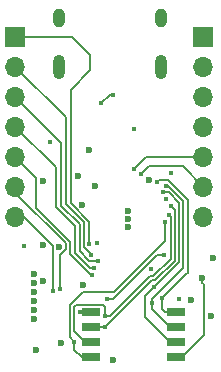
<source format=gbr>
%TF.GenerationSoftware,KiCad,Pcbnew,7.0.11-7.0.11~ubuntu22.04.1*%
%TF.CreationDate,2024-10-26T23:49:30+02:00*%
%TF.ProjectId,C6-40-Flash-test,43362d34-302d-4466-9c61-73682d746573,1.0*%
%TF.SameCoordinates,Original*%
%TF.FileFunction,Copper,L4,Bot*%
%TF.FilePolarity,Positive*%
%FSLAX46Y46*%
G04 Gerber Fmt 4.6, Leading zero omitted, Abs format (unit mm)*
G04 Created by KiCad (PCBNEW 7.0.11-7.0.11~ubuntu22.04.1) date 2024-10-26 23:49:30*
%MOMM*%
%LPD*%
G01*
G04 APERTURE LIST*
%TA.AperFunction,ComponentPad*%
%ADD10R,1.700000X1.700000*%
%TD*%
%TA.AperFunction,ComponentPad*%
%ADD11O,1.700000X1.700000*%
%TD*%
%TA.AperFunction,ComponentPad*%
%ADD12O,1.000000X1.600000*%
%TD*%
%TA.AperFunction,ComponentPad*%
%ADD13O,1.000000X2.100000*%
%TD*%
%TA.AperFunction,SMDPad,CuDef*%
%ADD14R,1.650000X0.650000*%
%TD*%
%TA.AperFunction,ViaPad*%
%ADD15C,0.450000*%
%TD*%
%TA.AperFunction,ViaPad*%
%ADD16C,0.600000*%
%TD*%
%TA.AperFunction,Conductor*%
%ADD17C,0.200000*%
%TD*%
G04 APERTURE END LIST*
D10*
%TO.P,J2,1,Pin_1*%
%TO.N,IO0*%
X134190000Y-84505000D03*
D11*
%TO.P,J2,2,Pin_2*%
%TO.N,IO1*%
X134190000Y-87045000D03*
%TO.P,J2,3,Pin_3*%
%TO.N,IO2*%
X134190000Y-89585000D03*
%TO.P,J2,4,Pin_4*%
%TO.N,IO3*%
X134190000Y-92125000D03*
%TO.P,J2,5,Pin_5*%
%TO.N,IO4*%
X134190000Y-94665000D03*
%TO.P,J2,6,Pin_6*%
%TO.N,IO5*%
X134190000Y-97205000D03*
%TO.P,J2,7,Pin_7*%
%TO.N,IO6*%
X134190000Y-99745000D03*
%TD*%
D10*
%TO.P,J3,1,Pin_1*%
%TO.N,VBUS*%
X150100000Y-84505000D03*
D11*
%TO.P,J3,2,Pin_2*%
%TO.N,GND*%
X150100000Y-87045000D03*
%TO.P,J3,3,Pin_3*%
%TO.N,+3V3*%
X150100000Y-89585000D03*
%TO.P,J3,4,Pin_4*%
%TO.N,SPIVDD*%
X150100000Y-92125000D03*
%TO.P,J3,5,Pin_5*%
%TO.N,RX*%
X150100000Y-94665000D03*
%TO.P,J3,6,Pin_6*%
%TO.N,TX*%
X150100000Y-97205000D03*
%TO.P,J3,7,Pin_7*%
%TO.N,IO7*%
X150100000Y-99745000D03*
%TD*%
D12*
%TO.P,J1,S1,SHIELD*%
%TO.N,GND*%
X137870000Y-82935000D03*
D13*
X137870000Y-87115000D03*
D12*
X146510000Y-82935000D03*
D13*
X146510000Y-87115000D03*
%TD*%
D14*
%TO.P,IC2,1,/CS*%
%TO.N,SPICS0*%
X140580000Y-111620000D03*
%TO.P,IC2,2,DO_(IO1)*%
%TO.N,SPI_D1*%
X140580000Y-110350000D03*
%TO.P,IC2,3,/WP_(IO2)*%
%TO.N,SPI_D2*%
X140580000Y-109080000D03*
%TO.P,IC2,4,GND*%
%TO.N,GND*%
X140580000Y-107810000D03*
%TO.P,IC2,5,DI_(IO0)*%
%TO.N,SPI_D0*%
X147780000Y-107810000D03*
%TO.P,IC2,6,CLK*%
%TO.N,SPICLK*%
X147780000Y-109080000D03*
%TO.P,IC2,7,/HOLD_OR_/RESET_(IO3)*%
%TO.N,SPI_D3*%
X147780000Y-110350000D03*
%TO.P,IC2,8,VCC*%
%TO.N,SPIVDD*%
X147780000Y-111620000D03*
%TD*%
D15*
%TO.N,IO6*%
X148025000Y-106725000D03*
X145700000Y-104200000D03*
D16*
%TO.N,+3V3*%
X149050000Y-106800000D03*
%TO.N,GND*%
X150750000Y-108150000D03*
D15*
%TO.N,SPICS0*%
X139200000Y-110350000D03*
D16*
%TO.N,GND*%
X142450000Y-111850000D03*
D15*
%TO.N,SPI_D2*%
X141750000Y-109050000D03*
%TO.N,SPI_D0*%
X146600000Y-106600000D03*
%TO.N,SPICLK*%
X145775000Y-107061789D03*
X146940000Y-97155000D03*
D16*
%TO.N,SPIVDD*%
X150017880Y-104975000D03*
D15*
%TO.N,BOOT*%
X141911527Y-106709762D03*
X146785000Y-103028067D03*
D16*
%TO.N,GND*%
X135780000Y-105350000D03*
X143740000Y-99255000D03*
X135780000Y-108380000D03*
X135770000Y-107640000D03*
X135770000Y-106850000D03*
X136570000Y-105235000D03*
X135790000Y-104580000D03*
X136550000Y-102165000D03*
D15*
X137150000Y-93425000D03*
X139694000Y-107851587D03*
D16*
X143750000Y-99935000D03*
X143740000Y-100605000D03*
X136550000Y-96735000D03*
X138050000Y-110435000D03*
D15*
X147370000Y-96080000D03*
D16*
X135940000Y-111045000D03*
X135780000Y-106130000D03*
D15*
X144210000Y-92305000D03*
D16*
%TO.N,+3V3*%
X139844620Y-98760380D03*
X140940000Y-97125000D03*
X139530000Y-96315000D03*
D15*
X141144872Y-102000407D03*
D16*
X139960000Y-105545000D03*
X140440000Y-94145000D03*
X137930000Y-102295000D03*
X150910000Y-103215000D03*
X145540000Y-96605000D03*
D15*
%TO.N,SPICS0*%
X146875000Y-100225009D03*
%TO.N,SPI_D1*%
X141780000Y-108135000D03*
X147165000Y-99583857D03*
%TO.N,SPI_D2*%
X147380000Y-98875000D03*
%TO.N,SPI_D0*%
X146210000Y-96815000D03*
%TO.N,SPI_D3*%
X146680000Y-97695000D03*
X145966594Y-105715233D03*
%TO.N,SPIVDD*%
X146988413Y-98246587D03*
%TO.N,/USB_D+*%
X142480000Y-89415000D03*
X141460000Y-90155000D03*
%TO.N,IO0*%
X140450000Y-102085000D03*
%TO.N,IO1*%
X140590000Y-102985000D03*
%TO.N,IO2*%
X141153307Y-103484121D03*
%TO.N,IO3*%
X140850000Y-104115000D03*
%TO.N,IO4*%
X140660000Y-104685000D03*
%TO.N,IO5*%
X137980000Y-105870000D03*
%TO.N,IO6*%
X137400000Y-106060000D03*
%TO.N,TX*%
X144810000Y-96170000D03*
%TO.N,RX*%
X144200000Y-95750000D03*
%TO.N,GND*%
X134900000Y-102200000D03*
%TD*%
D17*
%TO.N,SPIVDD*%
X150130000Y-109770000D02*
X150130000Y-105450000D01*
X150017880Y-105337880D02*
X150017880Y-104975000D01*
X150130000Y-105450000D02*
X150017880Y-105337880D01*
X147780000Y-111620000D02*
X148280000Y-111620000D01*
X148280000Y-111620000D02*
X150130000Y-109770000D01*
%TO.N,BOOT*%
X141911527Y-106709762D02*
X142477065Y-106709762D01*
X146158760Y-103028067D02*
X146785000Y-103028067D01*
X142477065Y-106709762D02*
X146158760Y-103028067D01*
%TO.N,SPICS0*%
X138820000Y-107240000D02*
X138820000Y-109970000D01*
X138820000Y-109970000D02*
X139200000Y-110350000D01*
X139820000Y-111620000D02*
X139200000Y-111000000D01*
X139200000Y-111000000D02*
X139200000Y-110350000D01*
X140580000Y-111620000D02*
X139820000Y-111620000D01*
X138820000Y-107240000D02*
X139935000Y-106125000D01*
X146875000Y-101790000D02*
X146875000Y-100225009D01*
X139935000Y-106125000D02*
X142540000Y-106125000D01*
X142540000Y-106125000D02*
X146875000Y-101790000D01*
%TO.N,SPI_D2*%
X140580000Y-109080000D02*
X141750000Y-109050000D01*
X141750000Y-109050000D02*
X141770000Y-109080000D01*
X147710000Y-99205000D02*
X147380000Y-98875000D01*
X147710000Y-103476853D02*
X147710000Y-99205000D01*
X146046620Y-105140233D02*
X147710000Y-103476853D01*
X145728421Y-105140233D02*
X146046620Y-105140233D01*
X145728421Y-105141579D02*
X145728421Y-105140233D01*
X141780000Y-109090000D02*
X145728421Y-105141579D01*
X141770000Y-109080000D02*
X141780000Y-109090000D01*
%TO.N,SPICLK*%
X148410000Y-104085000D02*
X145775000Y-106720000D01*
%TO.N,SPI_D3*%
X145200000Y-108270000D02*
X145200000Y-106481827D01*
%TO.N,SPICLK*%
X145775000Y-106720000D02*
X145775000Y-107061789D01*
X147780000Y-109080000D02*
X147280000Y-109080000D01*
%TO.N,SPI_D3*%
X147780000Y-110350000D02*
X147280000Y-110350000D01*
%TO.N,SPICLK*%
X147135026Y-97155000D02*
X148410000Y-98429974D01*
X145775000Y-107575000D02*
X145775000Y-107061789D01*
X147280000Y-109080000D02*
X145775000Y-107575000D01*
X146940000Y-97155000D02*
X147135026Y-97155000D01*
%TO.N,SPI_D3*%
X145200000Y-106481827D02*
X145966594Y-105715233D01*
%TO.N,SPICLK*%
X148410000Y-98429974D02*
X148410000Y-104085000D01*
%TO.N,SPI_D3*%
X147280000Y-110350000D02*
X145200000Y-108270000D01*
%TO.N,SPI_D0*%
X146600000Y-106600000D02*
X146600000Y-107550000D01*
X146600000Y-107550000D02*
X146860000Y-107810000D01*
X147780000Y-107810000D02*
X146860000Y-107810000D01*
X148705000Y-104495000D02*
X146600000Y-106600000D01*
X148800000Y-104495000D02*
X148705000Y-104495000D01*
%TO.N,GND*%
X140580000Y-107810000D02*
X139735587Y-107810000D01*
X139735587Y-107810000D02*
X139694000Y-107851587D01*
%TO.N,SPI_D1*%
X147360000Y-103315000D02*
X147360000Y-99778857D01*
X141628000Y-107210000D02*
X139360000Y-107210000D01*
X139169000Y-107401000D02*
X139169000Y-109439000D01*
X139360000Y-107210000D02*
X139169000Y-107401000D01*
X147360000Y-99778857D02*
X147165000Y-99583857D01*
X139169000Y-109439000D02*
X140080000Y-110350000D01*
X145583447Y-104790233D02*
X145884767Y-104790233D01*
X145884767Y-104790233D02*
X147360000Y-103315000D01*
X140080000Y-110350000D02*
X140580000Y-110350000D01*
X141780000Y-107362000D02*
X141628000Y-107210000D01*
X141780000Y-108135000D02*
X142238680Y-108135000D01*
X141780000Y-108135000D02*
X141780000Y-107362000D01*
X142238680Y-108135000D02*
X145583447Y-104790233D01*
%TO.N,SPI_D0*%
X146345000Y-96680000D02*
X147155000Y-96680000D01*
X146210000Y-96815000D02*
X146345000Y-96680000D01*
X147155000Y-96680000D02*
X148800000Y-98325000D01*
X148800000Y-98325000D02*
X148800000Y-104495000D01*
%TO.N,SPI_D3*%
X148060000Y-103621827D02*
X145966594Y-105715233D01*
X148060000Y-98574948D02*
X148060000Y-103621827D01*
X146680000Y-97695000D02*
X147180052Y-97695000D01*
X147180052Y-97695000D02*
X148060000Y-98574948D01*
%TO.N,/USB_D+*%
X142480000Y-89415000D02*
X142200000Y-89415000D01*
X142200000Y-89415000D02*
X141460000Y-90155000D01*
%TO.N,IO0*%
X140450000Y-100185052D02*
X138880000Y-98615052D01*
X138970000Y-84505000D02*
X134190000Y-84505000D01*
X138880000Y-89025000D02*
X140540000Y-87365000D01*
X140450000Y-102085000D02*
X140450000Y-100185052D01*
X138880000Y-98615052D02*
X138880000Y-89025000D01*
X140540000Y-86075000D02*
X138970000Y-84505000D01*
X140540000Y-87365000D02*
X140540000Y-86075000D01*
%TO.N,IO1*%
X138440000Y-91295000D02*
X134190000Y-87045000D01*
X140590000Y-102985000D02*
X140590000Y-102896752D01*
X140590000Y-102896752D02*
X139975000Y-102281752D01*
X139975000Y-102281752D02*
X139975000Y-100205026D01*
X138440000Y-98670026D02*
X138440000Y-91295000D01*
X139975000Y-100205026D02*
X138440000Y-98670026D01*
%TO.N,IO2*%
X139625000Y-102691752D02*
X140417369Y-103484121D01*
X134190000Y-89585000D02*
X138080000Y-93475000D01*
X138080000Y-93475000D02*
X138080000Y-98805000D01*
X139625000Y-100350000D02*
X139625000Y-102691752D01*
X138080000Y-98805000D02*
X139625000Y-100350000D01*
X140417369Y-103484121D02*
X141153307Y-103484121D01*
%TO.N,IO3*%
X137640000Y-95575000D02*
X134190000Y-92125000D01*
X137640000Y-98905000D02*
X137640000Y-95575000D01*
X140540000Y-104115000D02*
X139240000Y-102815000D01*
X139240000Y-100505000D02*
X137640000Y-98905000D01*
X139240000Y-102815000D02*
X139240000Y-100505000D01*
X140850000Y-104115000D02*
X140540000Y-104115000D01*
%TO.N,IO4*%
X138828000Y-101874440D02*
X135960000Y-99006440D01*
X140615026Y-104685000D02*
X138828000Y-102897974D01*
X135960000Y-99006440D02*
X135960000Y-96435000D01*
X135960000Y-96435000D02*
X134190000Y-94665000D01*
X140660000Y-104685000D02*
X140615026Y-104685000D01*
X138828000Y-102897974D02*
X138828000Y-101874440D01*
%TO.N,IO5*%
X137980000Y-103021404D02*
X138479000Y-102522404D01*
X138479000Y-102522404D02*
X138479000Y-102019000D01*
X137980000Y-105870000D02*
X137980000Y-103021404D01*
X138479000Y-102019000D02*
X134190000Y-97730000D01*
X134190000Y-97730000D02*
X134190000Y-97205000D01*
%TO.N,IO6*%
X134925000Y-99745000D02*
X134190000Y-99745000D01*
X137381000Y-102201000D02*
X134925000Y-99745000D01*
X137400000Y-106060000D02*
X137381000Y-106041000D01*
X137381000Y-106041000D02*
X137381000Y-102201000D01*
%TO.N,TX*%
X148385000Y-95490000D02*
X150100000Y-97205000D01*
X144810000Y-96170000D02*
X145490000Y-95490000D01*
X145490000Y-95490000D02*
X148385000Y-95490000D01*
%TO.N,RX*%
X145285000Y-94665000D02*
X150100000Y-94665000D01*
X144200000Y-95750000D02*
X145285000Y-94665000D01*
%TD*%
M02*

</source>
